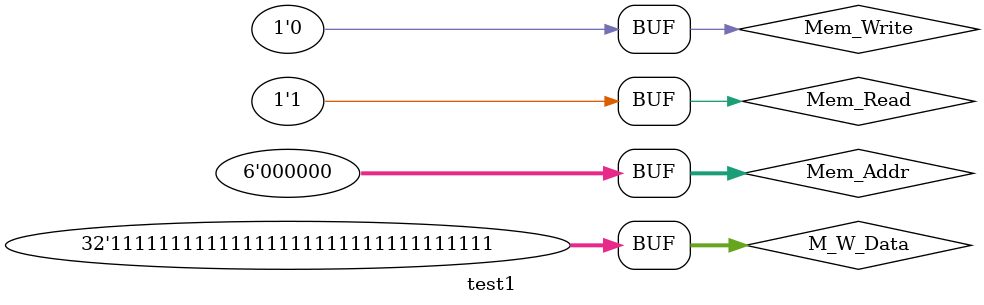
<source format=v>
`timescale 1ns / 1ps


module test1;

	// Inputs
	reg Mem_Read;
	reg Mem_Write;
	reg [5:0] Mem_Addr;
	reg [31:0] M_W_Data;

	// Outputs
	wire [31:0] M_R_Data;

	// Instantiate the Unit Under Test (UUT)
	RAMA uut (
		.Mem_Read(Mem_Read), 
		.Mem_Write(Mem_Write), 
		.Mem_Addr(Mem_Addr), 
		.M_W_Data(M_W_Data), 
		.M_R_Data(M_R_Data)
	);

	initial begin
		// Initialize Inputs
		Mem_Read = 0;
		Mem_Write = 1;
		Mem_Addr = 0;
		M_W_Data = 32'hffff_ffff;

		// Wait 100 ns for global reset to finish
		#100;
      Mem_Read = 1;
		Mem_Write = 0;
		Mem_Addr = 0;
		M_W_Data = 32'hffff_ffff; 
		// Add stimulus here

	end
      
endmodule


</source>
